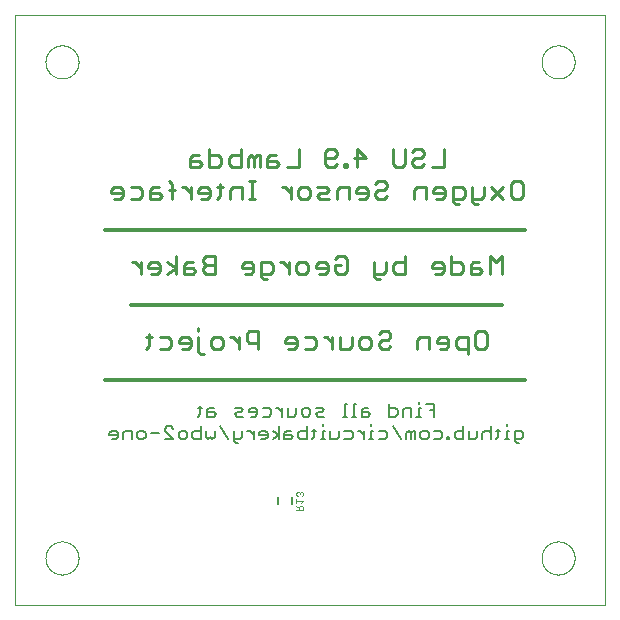
<source format=gbo>
G75*
%MOIN*%
%OFA0B0*%
%FSLAX25Y25*%
%IPPOS*%
%LPD*%
%AMOC8*
5,1,8,0,0,1.08239X$1,22.5*
%
%ADD10C,0.00000*%
%ADD11C,0.01100*%
%ADD12C,0.00800*%
%ADD13C,0.01200*%
%ADD14C,0.00300*%
%ADD15C,0.00600*%
D10*
X0011800Y0016800D02*
X0011800Y0213650D01*
X0208650Y0213650D01*
X0208650Y0016800D01*
X0011800Y0016800D01*
X0022036Y0032548D02*
X0022038Y0032696D01*
X0022044Y0032844D01*
X0022054Y0032992D01*
X0022068Y0033139D01*
X0022086Y0033286D01*
X0022107Y0033432D01*
X0022133Y0033578D01*
X0022163Y0033723D01*
X0022196Y0033867D01*
X0022234Y0034010D01*
X0022275Y0034152D01*
X0022320Y0034293D01*
X0022368Y0034433D01*
X0022421Y0034572D01*
X0022477Y0034709D01*
X0022537Y0034844D01*
X0022600Y0034978D01*
X0022667Y0035110D01*
X0022738Y0035240D01*
X0022812Y0035368D01*
X0022889Y0035494D01*
X0022970Y0035618D01*
X0023054Y0035740D01*
X0023141Y0035859D01*
X0023232Y0035976D01*
X0023326Y0036091D01*
X0023422Y0036203D01*
X0023522Y0036313D01*
X0023624Y0036419D01*
X0023730Y0036523D01*
X0023838Y0036624D01*
X0023949Y0036722D01*
X0024062Y0036818D01*
X0024178Y0036910D01*
X0024296Y0036999D01*
X0024417Y0037084D01*
X0024540Y0037167D01*
X0024665Y0037246D01*
X0024792Y0037322D01*
X0024921Y0037394D01*
X0025052Y0037463D01*
X0025185Y0037528D01*
X0025320Y0037589D01*
X0025456Y0037647D01*
X0025593Y0037702D01*
X0025732Y0037752D01*
X0025873Y0037799D01*
X0026014Y0037842D01*
X0026157Y0037882D01*
X0026301Y0037917D01*
X0026445Y0037949D01*
X0026591Y0037976D01*
X0026737Y0038000D01*
X0026884Y0038020D01*
X0027031Y0038036D01*
X0027178Y0038048D01*
X0027326Y0038056D01*
X0027474Y0038060D01*
X0027622Y0038060D01*
X0027770Y0038056D01*
X0027918Y0038048D01*
X0028065Y0038036D01*
X0028212Y0038020D01*
X0028359Y0038000D01*
X0028505Y0037976D01*
X0028651Y0037949D01*
X0028795Y0037917D01*
X0028939Y0037882D01*
X0029082Y0037842D01*
X0029223Y0037799D01*
X0029364Y0037752D01*
X0029503Y0037702D01*
X0029640Y0037647D01*
X0029776Y0037589D01*
X0029911Y0037528D01*
X0030044Y0037463D01*
X0030175Y0037394D01*
X0030304Y0037322D01*
X0030431Y0037246D01*
X0030556Y0037167D01*
X0030679Y0037084D01*
X0030800Y0036999D01*
X0030918Y0036910D01*
X0031034Y0036818D01*
X0031147Y0036722D01*
X0031258Y0036624D01*
X0031366Y0036523D01*
X0031472Y0036419D01*
X0031574Y0036313D01*
X0031674Y0036203D01*
X0031770Y0036091D01*
X0031864Y0035976D01*
X0031955Y0035859D01*
X0032042Y0035740D01*
X0032126Y0035618D01*
X0032207Y0035494D01*
X0032284Y0035368D01*
X0032358Y0035240D01*
X0032429Y0035110D01*
X0032496Y0034978D01*
X0032559Y0034844D01*
X0032619Y0034709D01*
X0032675Y0034572D01*
X0032728Y0034433D01*
X0032776Y0034293D01*
X0032821Y0034152D01*
X0032862Y0034010D01*
X0032900Y0033867D01*
X0032933Y0033723D01*
X0032963Y0033578D01*
X0032989Y0033432D01*
X0033010Y0033286D01*
X0033028Y0033139D01*
X0033042Y0032992D01*
X0033052Y0032844D01*
X0033058Y0032696D01*
X0033060Y0032548D01*
X0033058Y0032400D01*
X0033052Y0032252D01*
X0033042Y0032104D01*
X0033028Y0031957D01*
X0033010Y0031810D01*
X0032989Y0031664D01*
X0032963Y0031518D01*
X0032933Y0031373D01*
X0032900Y0031229D01*
X0032862Y0031086D01*
X0032821Y0030944D01*
X0032776Y0030803D01*
X0032728Y0030663D01*
X0032675Y0030524D01*
X0032619Y0030387D01*
X0032559Y0030252D01*
X0032496Y0030118D01*
X0032429Y0029986D01*
X0032358Y0029856D01*
X0032284Y0029728D01*
X0032207Y0029602D01*
X0032126Y0029478D01*
X0032042Y0029356D01*
X0031955Y0029237D01*
X0031864Y0029120D01*
X0031770Y0029005D01*
X0031674Y0028893D01*
X0031574Y0028783D01*
X0031472Y0028677D01*
X0031366Y0028573D01*
X0031258Y0028472D01*
X0031147Y0028374D01*
X0031034Y0028278D01*
X0030918Y0028186D01*
X0030800Y0028097D01*
X0030679Y0028012D01*
X0030556Y0027929D01*
X0030431Y0027850D01*
X0030304Y0027774D01*
X0030175Y0027702D01*
X0030044Y0027633D01*
X0029911Y0027568D01*
X0029776Y0027507D01*
X0029640Y0027449D01*
X0029503Y0027394D01*
X0029364Y0027344D01*
X0029223Y0027297D01*
X0029082Y0027254D01*
X0028939Y0027214D01*
X0028795Y0027179D01*
X0028651Y0027147D01*
X0028505Y0027120D01*
X0028359Y0027096D01*
X0028212Y0027076D01*
X0028065Y0027060D01*
X0027918Y0027048D01*
X0027770Y0027040D01*
X0027622Y0027036D01*
X0027474Y0027036D01*
X0027326Y0027040D01*
X0027178Y0027048D01*
X0027031Y0027060D01*
X0026884Y0027076D01*
X0026737Y0027096D01*
X0026591Y0027120D01*
X0026445Y0027147D01*
X0026301Y0027179D01*
X0026157Y0027214D01*
X0026014Y0027254D01*
X0025873Y0027297D01*
X0025732Y0027344D01*
X0025593Y0027394D01*
X0025456Y0027449D01*
X0025320Y0027507D01*
X0025185Y0027568D01*
X0025052Y0027633D01*
X0024921Y0027702D01*
X0024792Y0027774D01*
X0024665Y0027850D01*
X0024540Y0027929D01*
X0024417Y0028012D01*
X0024296Y0028097D01*
X0024178Y0028186D01*
X0024062Y0028278D01*
X0023949Y0028374D01*
X0023838Y0028472D01*
X0023730Y0028573D01*
X0023624Y0028677D01*
X0023522Y0028783D01*
X0023422Y0028893D01*
X0023326Y0029005D01*
X0023232Y0029120D01*
X0023141Y0029237D01*
X0023054Y0029356D01*
X0022970Y0029478D01*
X0022889Y0029602D01*
X0022812Y0029728D01*
X0022738Y0029856D01*
X0022667Y0029986D01*
X0022600Y0030118D01*
X0022537Y0030252D01*
X0022477Y0030387D01*
X0022421Y0030524D01*
X0022368Y0030663D01*
X0022320Y0030803D01*
X0022275Y0030944D01*
X0022234Y0031086D01*
X0022196Y0031229D01*
X0022163Y0031373D01*
X0022133Y0031518D01*
X0022107Y0031664D01*
X0022086Y0031810D01*
X0022068Y0031957D01*
X0022054Y0032104D01*
X0022044Y0032252D01*
X0022038Y0032400D01*
X0022036Y0032548D01*
X0022036Y0197902D02*
X0022038Y0198050D01*
X0022044Y0198198D01*
X0022054Y0198346D01*
X0022068Y0198493D01*
X0022086Y0198640D01*
X0022107Y0198786D01*
X0022133Y0198932D01*
X0022163Y0199077D01*
X0022196Y0199221D01*
X0022234Y0199364D01*
X0022275Y0199506D01*
X0022320Y0199647D01*
X0022368Y0199787D01*
X0022421Y0199926D01*
X0022477Y0200063D01*
X0022537Y0200198D01*
X0022600Y0200332D01*
X0022667Y0200464D01*
X0022738Y0200594D01*
X0022812Y0200722D01*
X0022889Y0200848D01*
X0022970Y0200972D01*
X0023054Y0201094D01*
X0023141Y0201213D01*
X0023232Y0201330D01*
X0023326Y0201445D01*
X0023422Y0201557D01*
X0023522Y0201667D01*
X0023624Y0201773D01*
X0023730Y0201877D01*
X0023838Y0201978D01*
X0023949Y0202076D01*
X0024062Y0202172D01*
X0024178Y0202264D01*
X0024296Y0202353D01*
X0024417Y0202438D01*
X0024540Y0202521D01*
X0024665Y0202600D01*
X0024792Y0202676D01*
X0024921Y0202748D01*
X0025052Y0202817D01*
X0025185Y0202882D01*
X0025320Y0202943D01*
X0025456Y0203001D01*
X0025593Y0203056D01*
X0025732Y0203106D01*
X0025873Y0203153D01*
X0026014Y0203196D01*
X0026157Y0203236D01*
X0026301Y0203271D01*
X0026445Y0203303D01*
X0026591Y0203330D01*
X0026737Y0203354D01*
X0026884Y0203374D01*
X0027031Y0203390D01*
X0027178Y0203402D01*
X0027326Y0203410D01*
X0027474Y0203414D01*
X0027622Y0203414D01*
X0027770Y0203410D01*
X0027918Y0203402D01*
X0028065Y0203390D01*
X0028212Y0203374D01*
X0028359Y0203354D01*
X0028505Y0203330D01*
X0028651Y0203303D01*
X0028795Y0203271D01*
X0028939Y0203236D01*
X0029082Y0203196D01*
X0029223Y0203153D01*
X0029364Y0203106D01*
X0029503Y0203056D01*
X0029640Y0203001D01*
X0029776Y0202943D01*
X0029911Y0202882D01*
X0030044Y0202817D01*
X0030175Y0202748D01*
X0030304Y0202676D01*
X0030431Y0202600D01*
X0030556Y0202521D01*
X0030679Y0202438D01*
X0030800Y0202353D01*
X0030918Y0202264D01*
X0031034Y0202172D01*
X0031147Y0202076D01*
X0031258Y0201978D01*
X0031366Y0201877D01*
X0031472Y0201773D01*
X0031574Y0201667D01*
X0031674Y0201557D01*
X0031770Y0201445D01*
X0031864Y0201330D01*
X0031955Y0201213D01*
X0032042Y0201094D01*
X0032126Y0200972D01*
X0032207Y0200848D01*
X0032284Y0200722D01*
X0032358Y0200594D01*
X0032429Y0200464D01*
X0032496Y0200332D01*
X0032559Y0200198D01*
X0032619Y0200063D01*
X0032675Y0199926D01*
X0032728Y0199787D01*
X0032776Y0199647D01*
X0032821Y0199506D01*
X0032862Y0199364D01*
X0032900Y0199221D01*
X0032933Y0199077D01*
X0032963Y0198932D01*
X0032989Y0198786D01*
X0033010Y0198640D01*
X0033028Y0198493D01*
X0033042Y0198346D01*
X0033052Y0198198D01*
X0033058Y0198050D01*
X0033060Y0197902D01*
X0033058Y0197754D01*
X0033052Y0197606D01*
X0033042Y0197458D01*
X0033028Y0197311D01*
X0033010Y0197164D01*
X0032989Y0197018D01*
X0032963Y0196872D01*
X0032933Y0196727D01*
X0032900Y0196583D01*
X0032862Y0196440D01*
X0032821Y0196298D01*
X0032776Y0196157D01*
X0032728Y0196017D01*
X0032675Y0195878D01*
X0032619Y0195741D01*
X0032559Y0195606D01*
X0032496Y0195472D01*
X0032429Y0195340D01*
X0032358Y0195210D01*
X0032284Y0195082D01*
X0032207Y0194956D01*
X0032126Y0194832D01*
X0032042Y0194710D01*
X0031955Y0194591D01*
X0031864Y0194474D01*
X0031770Y0194359D01*
X0031674Y0194247D01*
X0031574Y0194137D01*
X0031472Y0194031D01*
X0031366Y0193927D01*
X0031258Y0193826D01*
X0031147Y0193728D01*
X0031034Y0193632D01*
X0030918Y0193540D01*
X0030800Y0193451D01*
X0030679Y0193366D01*
X0030556Y0193283D01*
X0030431Y0193204D01*
X0030304Y0193128D01*
X0030175Y0193056D01*
X0030044Y0192987D01*
X0029911Y0192922D01*
X0029776Y0192861D01*
X0029640Y0192803D01*
X0029503Y0192748D01*
X0029364Y0192698D01*
X0029223Y0192651D01*
X0029082Y0192608D01*
X0028939Y0192568D01*
X0028795Y0192533D01*
X0028651Y0192501D01*
X0028505Y0192474D01*
X0028359Y0192450D01*
X0028212Y0192430D01*
X0028065Y0192414D01*
X0027918Y0192402D01*
X0027770Y0192394D01*
X0027622Y0192390D01*
X0027474Y0192390D01*
X0027326Y0192394D01*
X0027178Y0192402D01*
X0027031Y0192414D01*
X0026884Y0192430D01*
X0026737Y0192450D01*
X0026591Y0192474D01*
X0026445Y0192501D01*
X0026301Y0192533D01*
X0026157Y0192568D01*
X0026014Y0192608D01*
X0025873Y0192651D01*
X0025732Y0192698D01*
X0025593Y0192748D01*
X0025456Y0192803D01*
X0025320Y0192861D01*
X0025185Y0192922D01*
X0025052Y0192987D01*
X0024921Y0193056D01*
X0024792Y0193128D01*
X0024665Y0193204D01*
X0024540Y0193283D01*
X0024417Y0193366D01*
X0024296Y0193451D01*
X0024178Y0193540D01*
X0024062Y0193632D01*
X0023949Y0193728D01*
X0023838Y0193826D01*
X0023730Y0193927D01*
X0023624Y0194031D01*
X0023522Y0194137D01*
X0023422Y0194247D01*
X0023326Y0194359D01*
X0023232Y0194474D01*
X0023141Y0194591D01*
X0023054Y0194710D01*
X0022970Y0194832D01*
X0022889Y0194956D01*
X0022812Y0195082D01*
X0022738Y0195210D01*
X0022667Y0195340D01*
X0022600Y0195472D01*
X0022537Y0195606D01*
X0022477Y0195741D01*
X0022421Y0195878D01*
X0022368Y0196017D01*
X0022320Y0196157D01*
X0022275Y0196298D01*
X0022234Y0196440D01*
X0022196Y0196583D01*
X0022163Y0196727D01*
X0022133Y0196872D01*
X0022107Y0197018D01*
X0022086Y0197164D01*
X0022068Y0197311D01*
X0022054Y0197458D01*
X0022044Y0197606D01*
X0022038Y0197754D01*
X0022036Y0197902D01*
X0187390Y0197902D02*
X0187392Y0198050D01*
X0187398Y0198198D01*
X0187408Y0198346D01*
X0187422Y0198493D01*
X0187440Y0198640D01*
X0187461Y0198786D01*
X0187487Y0198932D01*
X0187517Y0199077D01*
X0187550Y0199221D01*
X0187588Y0199364D01*
X0187629Y0199506D01*
X0187674Y0199647D01*
X0187722Y0199787D01*
X0187775Y0199926D01*
X0187831Y0200063D01*
X0187891Y0200198D01*
X0187954Y0200332D01*
X0188021Y0200464D01*
X0188092Y0200594D01*
X0188166Y0200722D01*
X0188243Y0200848D01*
X0188324Y0200972D01*
X0188408Y0201094D01*
X0188495Y0201213D01*
X0188586Y0201330D01*
X0188680Y0201445D01*
X0188776Y0201557D01*
X0188876Y0201667D01*
X0188978Y0201773D01*
X0189084Y0201877D01*
X0189192Y0201978D01*
X0189303Y0202076D01*
X0189416Y0202172D01*
X0189532Y0202264D01*
X0189650Y0202353D01*
X0189771Y0202438D01*
X0189894Y0202521D01*
X0190019Y0202600D01*
X0190146Y0202676D01*
X0190275Y0202748D01*
X0190406Y0202817D01*
X0190539Y0202882D01*
X0190674Y0202943D01*
X0190810Y0203001D01*
X0190947Y0203056D01*
X0191086Y0203106D01*
X0191227Y0203153D01*
X0191368Y0203196D01*
X0191511Y0203236D01*
X0191655Y0203271D01*
X0191799Y0203303D01*
X0191945Y0203330D01*
X0192091Y0203354D01*
X0192238Y0203374D01*
X0192385Y0203390D01*
X0192532Y0203402D01*
X0192680Y0203410D01*
X0192828Y0203414D01*
X0192976Y0203414D01*
X0193124Y0203410D01*
X0193272Y0203402D01*
X0193419Y0203390D01*
X0193566Y0203374D01*
X0193713Y0203354D01*
X0193859Y0203330D01*
X0194005Y0203303D01*
X0194149Y0203271D01*
X0194293Y0203236D01*
X0194436Y0203196D01*
X0194577Y0203153D01*
X0194718Y0203106D01*
X0194857Y0203056D01*
X0194994Y0203001D01*
X0195130Y0202943D01*
X0195265Y0202882D01*
X0195398Y0202817D01*
X0195529Y0202748D01*
X0195658Y0202676D01*
X0195785Y0202600D01*
X0195910Y0202521D01*
X0196033Y0202438D01*
X0196154Y0202353D01*
X0196272Y0202264D01*
X0196388Y0202172D01*
X0196501Y0202076D01*
X0196612Y0201978D01*
X0196720Y0201877D01*
X0196826Y0201773D01*
X0196928Y0201667D01*
X0197028Y0201557D01*
X0197124Y0201445D01*
X0197218Y0201330D01*
X0197309Y0201213D01*
X0197396Y0201094D01*
X0197480Y0200972D01*
X0197561Y0200848D01*
X0197638Y0200722D01*
X0197712Y0200594D01*
X0197783Y0200464D01*
X0197850Y0200332D01*
X0197913Y0200198D01*
X0197973Y0200063D01*
X0198029Y0199926D01*
X0198082Y0199787D01*
X0198130Y0199647D01*
X0198175Y0199506D01*
X0198216Y0199364D01*
X0198254Y0199221D01*
X0198287Y0199077D01*
X0198317Y0198932D01*
X0198343Y0198786D01*
X0198364Y0198640D01*
X0198382Y0198493D01*
X0198396Y0198346D01*
X0198406Y0198198D01*
X0198412Y0198050D01*
X0198414Y0197902D01*
X0198412Y0197754D01*
X0198406Y0197606D01*
X0198396Y0197458D01*
X0198382Y0197311D01*
X0198364Y0197164D01*
X0198343Y0197018D01*
X0198317Y0196872D01*
X0198287Y0196727D01*
X0198254Y0196583D01*
X0198216Y0196440D01*
X0198175Y0196298D01*
X0198130Y0196157D01*
X0198082Y0196017D01*
X0198029Y0195878D01*
X0197973Y0195741D01*
X0197913Y0195606D01*
X0197850Y0195472D01*
X0197783Y0195340D01*
X0197712Y0195210D01*
X0197638Y0195082D01*
X0197561Y0194956D01*
X0197480Y0194832D01*
X0197396Y0194710D01*
X0197309Y0194591D01*
X0197218Y0194474D01*
X0197124Y0194359D01*
X0197028Y0194247D01*
X0196928Y0194137D01*
X0196826Y0194031D01*
X0196720Y0193927D01*
X0196612Y0193826D01*
X0196501Y0193728D01*
X0196388Y0193632D01*
X0196272Y0193540D01*
X0196154Y0193451D01*
X0196033Y0193366D01*
X0195910Y0193283D01*
X0195785Y0193204D01*
X0195658Y0193128D01*
X0195529Y0193056D01*
X0195398Y0192987D01*
X0195265Y0192922D01*
X0195130Y0192861D01*
X0194994Y0192803D01*
X0194857Y0192748D01*
X0194718Y0192698D01*
X0194577Y0192651D01*
X0194436Y0192608D01*
X0194293Y0192568D01*
X0194149Y0192533D01*
X0194005Y0192501D01*
X0193859Y0192474D01*
X0193713Y0192450D01*
X0193566Y0192430D01*
X0193419Y0192414D01*
X0193272Y0192402D01*
X0193124Y0192394D01*
X0192976Y0192390D01*
X0192828Y0192390D01*
X0192680Y0192394D01*
X0192532Y0192402D01*
X0192385Y0192414D01*
X0192238Y0192430D01*
X0192091Y0192450D01*
X0191945Y0192474D01*
X0191799Y0192501D01*
X0191655Y0192533D01*
X0191511Y0192568D01*
X0191368Y0192608D01*
X0191227Y0192651D01*
X0191086Y0192698D01*
X0190947Y0192748D01*
X0190810Y0192803D01*
X0190674Y0192861D01*
X0190539Y0192922D01*
X0190406Y0192987D01*
X0190275Y0193056D01*
X0190146Y0193128D01*
X0190019Y0193204D01*
X0189894Y0193283D01*
X0189771Y0193366D01*
X0189650Y0193451D01*
X0189532Y0193540D01*
X0189416Y0193632D01*
X0189303Y0193728D01*
X0189192Y0193826D01*
X0189084Y0193927D01*
X0188978Y0194031D01*
X0188876Y0194137D01*
X0188776Y0194247D01*
X0188680Y0194359D01*
X0188586Y0194474D01*
X0188495Y0194591D01*
X0188408Y0194710D01*
X0188324Y0194832D01*
X0188243Y0194956D01*
X0188166Y0195082D01*
X0188092Y0195210D01*
X0188021Y0195340D01*
X0187954Y0195472D01*
X0187891Y0195606D01*
X0187831Y0195741D01*
X0187775Y0195878D01*
X0187722Y0196017D01*
X0187674Y0196157D01*
X0187629Y0196298D01*
X0187588Y0196440D01*
X0187550Y0196583D01*
X0187517Y0196727D01*
X0187487Y0196872D01*
X0187461Y0197018D01*
X0187440Y0197164D01*
X0187422Y0197311D01*
X0187408Y0197458D01*
X0187398Y0197606D01*
X0187392Y0197754D01*
X0187390Y0197902D01*
X0187390Y0032548D02*
X0187392Y0032696D01*
X0187398Y0032844D01*
X0187408Y0032992D01*
X0187422Y0033139D01*
X0187440Y0033286D01*
X0187461Y0033432D01*
X0187487Y0033578D01*
X0187517Y0033723D01*
X0187550Y0033867D01*
X0187588Y0034010D01*
X0187629Y0034152D01*
X0187674Y0034293D01*
X0187722Y0034433D01*
X0187775Y0034572D01*
X0187831Y0034709D01*
X0187891Y0034844D01*
X0187954Y0034978D01*
X0188021Y0035110D01*
X0188092Y0035240D01*
X0188166Y0035368D01*
X0188243Y0035494D01*
X0188324Y0035618D01*
X0188408Y0035740D01*
X0188495Y0035859D01*
X0188586Y0035976D01*
X0188680Y0036091D01*
X0188776Y0036203D01*
X0188876Y0036313D01*
X0188978Y0036419D01*
X0189084Y0036523D01*
X0189192Y0036624D01*
X0189303Y0036722D01*
X0189416Y0036818D01*
X0189532Y0036910D01*
X0189650Y0036999D01*
X0189771Y0037084D01*
X0189894Y0037167D01*
X0190019Y0037246D01*
X0190146Y0037322D01*
X0190275Y0037394D01*
X0190406Y0037463D01*
X0190539Y0037528D01*
X0190674Y0037589D01*
X0190810Y0037647D01*
X0190947Y0037702D01*
X0191086Y0037752D01*
X0191227Y0037799D01*
X0191368Y0037842D01*
X0191511Y0037882D01*
X0191655Y0037917D01*
X0191799Y0037949D01*
X0191945Y0037976D01*
X0192091Y0038000D01*
X0192238Y0038020D01*
X0192385Y0038036D01*
X0192532Y0038048D01*
X0192680Y0038056D01*
X0192828Y0038060D01*
X0192976Y0038060D01*
X0193124Y0038056D01*
X0193272Y0038048D01*
X0193419Y0038036D01*
X0193566Y0038020D01*
X0193713Y0038000D01*
X0193859Y0037976D01*
X0194005Y0037949D01*
X0194149Y0037917D01*
X0194293Y0037882D01*
X0194436Y0037842D01*
X0194577Y0037799D01*
X0194718Y0037752D01*
X0194857Y0037702D01*
X0194994Y0037647D01*
X0195130Y0037589D01*
X0195265Y0037528D01*
X0195398Y0037463D01*
X0195529Y0037394D01*
X0195658Y0037322D01*
X0195785Y0037246D01*
X0195910Y0037167D01*
X0196033Y0037084D01*
X0196154Y0036999D01*
X0196272Y0036910D01*
X0196388Y0036818D01*
X0196501Y0036722D01*
X0196612Y0036624D01*
X0196720Y0036523D01*
X0196826Y0036419D01*
X0196928Y0036313D01*
X0197028Y0036203D01*
X0197124Y0036091D01*
X0197218Y0035976D01*
X0197309Y0035859D01*
X0197396Y0035740D01*
X0197480Y0035618D01*
X0197561Y0035494D01*
X0197638Y0035368D01*
X0197712Y0035240D01*
X0197783Y0035110D01*
X0197850Y0034978D01*
X0197913Y0034844D01*
X0197973Y0034709D01*
X0198029Y0034572D01*
X0198082Y0034433D01*
X0198130Y0034293D01*
X0198175Y0034152D01*
X0198216Y0034010D01*
X0198254Y0033867D01*
X0198287Y0033723D01*
X0198317Y0033578D01*
X0198343Y0033432D01*
X0198364Y0033286D01*
X0198382Y0033139D01*
X0198396Y0032992D01*
X0198406Y0032844D01*
X0198412Y0032696D01*
X0198414Y0032548D01*
X0198412Y0032400D01*
X0198406Y0032252D01*
X0198396Y0032104D01*
X0198382Y0031957D01*
X0198364Y0031810D01*
X0198343Y0031664D01*
X0198317Y0031518D01*
X0198287Y0031373D01*
X0198254Y0031229D01*
X0198216Y0031086D01*
X0198175Y0030944D01*
X0198130Y0030803D01*
X0198082Y0030663D01*
X0198029Y0030524D01*
X0197973Y0030387D01*
X0197913Y0030252D01*
X0197850Y0030118D01*
X0197783Y0029986D01*
X0197712Y0029856D01*
X0197638Y0029728D01*
X0197561Y0029602D01*
X0197480Y0029478D01*
X0197396Y0029356D01*
X0197309Y0029237D01*
X0197218Y0029120D01*
X0197124Y0029005D01*
X0197028Y0028893D01*
X0196928Y0028783D01*
X0196826Y0028677D01*
X0196720Y0028573D01*
X0196612Y0028472D01*
X0196501Y0028374D01*
X0196388Y0028278D01*
X0196272Y0028186D01*
X0196154Y0028097D01*
X0196033Y0028012D01*
X0195910Y0027929D01*
X0195785Y0027850D01*
X0195658Y0027774D01*
X0195529Y0027702D01*
X0195398Y0027633D01*
X0195265Y0027568D01*
X0195130Y0027507D01*
X0194994Y0027449D01*
X0194857Y0027394D01*
X0194718Y0027344D01*
X0194577Y0027297D01*
X0194436Y0027254D01*
X0194293Y0027214D01*
X0194149Y0027179D01*
X0194005Y0027147D01*
X0193859Y0027120D01*
X0193713Y0027096D01*
X0193566Y0027076D01*
X0193419Y0027060D01*
X0193272Y0027048D01*
X0193124Y0027040D01*
X0192976Y0027036D01*
X0192828Y0027036D01*
X0192680Y0027040D01*
X0192532Y0027048D01*
X0192385Y0027060D01*
X0192238Y0027076D01*
X0192091Y0027096D01*
X0191945Y0027120D01*
X0191799Y0027147D01*
X0191655Y0027179D01*
X0191511Y0027214D01*
X0191368Y0027254D01*
X0191227Y0027297D01*
X0191086Y0027344D01*
X0190947Y0027394D01*
X0190810Y0027449D01*
X0190674Y0027507D01*
X0190539Y0027568D01*
X0190406Y0027633D01*
X0190275Y0027702D01*
X0190146Y0027774D01*
X0190019Y0027850D01*
X0189894Y0027929D01*
X0189771Y0028012D01*
X0189650Y0028097D01*
X0189532Y0028186D01*
X0189416Y0028278D01*
X0189303Y0028374D01*
X0189192Y0028472D01*
X0189084Y0028573D01*
X0188978Y0028677D01*
X0188876Y0028783D01*
X0188776Y0028893D01*
X0188680Y0029005D01*
X0188586Y0029120D01*
X0188495Y0029237D01*
X0188408Y0029356D01*
X0188324Y0029478D01*
X0188243Y0029602D01*
X0188166Y0029728D01*
X0188092Y0029856D01*
X0188021Y0029986D01*
X0187954Y0030118D01*
X0187891Y0030252D01*
X0187831Y0030387D01*
X0187775Y0030524D01*
X0187722Y0030663D01*
X0187674Y0030803D01*
X0187629Y0030944D01*
X0187588Y0031086D01*
X0187550Y0031229D01*
X0187517Y0031373D01*
X0187487Y0031518D01*
X0187461Y0031664D01*
X0187440Y0031810D01*
X0187422Y0031957D01*
X0187408Y0032104D01*
X0187398Y0032252D01*
X0187392Y0032400D01*
X0187390Y0032548D01*
D11*
X0162814Y0100382D02*
X0162814Y0106287D01*
X0159862Y0106287D01*
X0158877Y0105303D01*
X0158877Y0103334D01*
X0159862Y0102350D01*
X0162814Y0102350D01*
X0165323Y0103334D02*
X0165323Y0107271D01*
X0166307Y0108255D01*
X0168275Y0108255D01*
X0169260Y0107271D01*
X0169260Y0103334D01*
X0168275Y0102350D01*
X0166307Y0102350D01*
X0165323Y0103334D01*
X0156369Y0103334D02*
X0155384Y0102350D01*
X0153416Y0102350D01*
X0152432Y0104318D02*
X0156369Y0104318D01*
X0156369Y0103334D02*
X0156369Y0105303D01*
X0155384Y0106287D01*
X0153416Y0106287D01*
X0152432Y0105303D01*
X0152432Y0104318D01*
X0149923Y0102350D02*
X0149923Y0106287D01*
X0146971Y0106287D01*
X0145986Y0105303D01*
X0145986Y0102350D01*
X0137032Y0103334D02*
X0136048Y0102350D01*
X0134080Y0102350D01*
X0133095Y0103334D01*
X0133095Y0104318D01*
X0134080Y0105303D01*
X0136048Y0105303D01*
X0137032Y0106287D01*
X0137032Y0107271D01*
X0136048Y0108255D01*
X0134080Y0108255D01*
X0133095Y0107271D01*
X0130587Y0105303D02*
X0130587Y0103334D01*
X0129602Y0102350D01*
X0127634Y0102350D01*
X0126650Y0103334D01*
X0126650Y0105303D01*
X0127634Y0106287D01*
X0129602Y0106287D01*
X0130587Y0105303D01*
X0124141Y0106287D02*
X0124141Y0103334D01*
X0123157Y0102350D01*
X0120204Y0102350D01*
X0120204Y0106287D01*
X0117696Y0106287D02*
X0117696Y0102350D01*
X0117696Y0104318D02*
X0115727Y0106287D01*
X0114743Y0106287D01*
X0112324Y0105303D02*
X0112324Y0103334D01*
X0111340Y0102350D01*
X0108388Y0102350D01*
X0105879Y0103334D02*
X0105879Y0105303D01*
X0104895Y0106287D01*
X0102926Y0106287D01*
X0101942Y0105303D01*
X0101942Y0104318D01*
X0105879Y0104318D01*
X0105879Y0103334D02*
X0104895Y0102350D01*
X0102926Y0102350D01*
X0108388Y0106287D02*
X0111340Y0106287D01*
X0112324Y0105303D01*
X0092988Y0104318D02*
X0090035Y0104318D01*
X0089051Y0105303D01*
X0089051Y0107271D01*
X0090035Y0108255D01*
X0092988Y0108255D01*
X0092988Y0102350D01*
X0086542Y0102350D02*
X0086542Y0106287D01*
X0084574Y0106287D02*
X0086542Y0104318D01*
X0084574Y0106287D02*
X0083590Y0106287D01*
X0081171Y0105303D02*
X0081171Y0103334D01*
X0080187Y0102350D01*
X0078219Y0102350D01*
X0077234Y0103334D01*
X0077234Y0105303D01*
X0078219Y0106287D01*
X0080187Y0106287D01*
X0081171Y0105303D01*
X0074726Y0100382D02*
X0073741Y0100382D01*
X0072757Y0101366D01*
X0072757Y0106287D01*
X0072757Y0108255D02*
X0072757Y0109239D01*
X0069444Y0106287D02*
X0067476Y0106287D01*
X0066492Y0105303D01*
X0066492Y0104318D01*
X0070429Y0104318D01*
X0070429Y0103334D02*
X0070429Y0105303D01*
X0069444Y0106287D01*
X0070429Y0103334D02*
X0069444Y0102350D01*
X0067476Y0102350D01*
X0063983Y0103334D02*
X0063983Y0105303D01*
X0062999Y0106287D01*
X0060046Y0106287D01*
X0057538Y0106287D02*
X0055569Y0106287D01*
X0056553Y0107271D02*
X0056553Y0103334D01*
X0055569Y0102350D01*
X0060046Y0102350D02*
X0062999Y0102350D01*
X0063983Y0103334D01*
X0062642Y0127350D02*
X0065595Y0129318D01*
X0062642Y0131287D01*
X0065595Y0133255D02*
X0065595Y0127350D01*
X0068103Y0127350D02*
X0071056Y0127350D01*
X0072040Y0128334D01*
X0071056Y0129318D01*
X0068103Y0129318D01*
X0068103Y0130303D02*
X0068103Y0127350D01*
X0068103Y0130303D02*
X0069087Y0131287D01*
X0071056Y0131287D01*
X0074549Y0131287D02*
X0075533Y0130303D01*
X0078485Y0130303D01*
X0078485Y0133255D02*
X0075533Y0133255D01*
X0074549Y0132271D01*
X0074549Y0131287D01*
X0075533Y0130303D02*
X0074549Y0129318D01*
X0074549Y0128334D01*
X0075533Y0127350D01*
X0078485Y0127350D01*
X0078485Y0133255D01*
X0087440Y0130303D02*
X0087440Y0129318D01*
X0091376Y0129318D01*
X0091376Y0128334D02*
X0091376Y0130303D01*
X0090392Y0131287D01*
X0088424Y0131287D01*
X0087440Y0130303D01*
X0090392Y0127350D02*
X0091376Y0128334D01*
X0090392Y0127350D02*
X0088424Y0127350D01*
X0093885Y0127350D02*
X0096838Y0127350D01*
X0097822Y0128334D01*
X0097822Y0130303D01*
X0096838Y0131287D01*
X0093885Y0131287D01*
X0093885Y0126366D01*
X0094869Y0125382D01*
X0095854Y0125382D01*
X0100241Y0131287D02*
X0101225Y0131287D01*
X0103193Y0129318D01*
X0103193Y0127350D02*
X0103193Y0131287D01*
X0105702Y0130303D02*
X0105702Y0128334D01*
X0106686Y0127350D01*
X0108655Y0127350D01*
X0109639Y0128334D01*
X0109639Y0130303D01*
X0108655Y0131287D01*
X0106686Y0131287D01*
X0105702Y0130303D01*
X0112148Y0130303D02*
X0112148Y0129318D01*
X0116084Y0129318D01*
X0116084Y0128334D02*
X0116084Y0130303D01*
X0115100Y0131287D01*
X0113132Y0131287D01*
X0112148Y0130303D01*
X0115100Y0127350D02*
X0116084Y0128334D01*
X0115100Y0127350D02*
X0113132Y0127350D01*
X0118593Y0128334D02*
X0119577Y0127350D01*
X0121546Y0127350D01*
X0122530Y0128334D01*
X0122530Y0132271D01*
X0121546Y0133255D01*
X0119577Y0133255D01*
X0118593Y0132271D01*
X0118593Y0130303D02*
X0120561Y0130303D01*
X0118593Y0130303D02*
X0118593Y0128334D01*
X0131484Y0127350D02*
X0134437Y0127350D01*
X0135421Y0128334D01*
X0135421Y0131287D01*
X0137930Y0130303D02*
X0137930Y0128334D01*
X0138914Y0127350D01*
X0141866Y0127350D01*
X0141866Y0133255D01*
X0141866Y0131287D02*
X0138914Y0131287D01*
X0137930Y0130303D01*
X0133452Y0125382D02*
X0132468Y0125382D01*
X0131484Y0126366D01*
X0131484Y0131287D01*
X0150821Y0130303D02*
X0150821Y0129318D01*
X0154757Y0129318D01*
X0154757Y0128334D02*
X0154757Y0130303D01*
X0153773Y0131287D01*
X0151805Y0131287D01*
X0150821Y0130303D01*
X0151805Y0127350D02*
X0153773Y0127350D01*
X0154757Y0128334D01*
X0157266Y0127350D02*
X0160219Y0127350D01*
X0161203Y0128334D01*
X0161203Y0130303D01*
X0160219Y0131287D01*
X0157266Y0131287D01*
X0157266Y0133255D02*
X0157266Y0127350D01*
X0163712Y0127350D02*
X0166664Y0127350D01*
X0167648Y0128334D01*
X0166664Y0129318D01*
X0163712Y0129318D01*
X0163712Y0130303D02*
X0163712Y0127350D01*
X0163712Y0130303D02*
X0164696Y0131287D01*
X0166664Y0131287D01*
X0170157Y0133255D02*
X0170157Y0127350D01*
X0174094Y0127350D02*
X0174094Y0133255D01*
X0172125Y0131287D01*
X0170157Y0133255D01*
X0166217Y0150382D02*
X0165233Y0150382D01*
X0164249Y0151366D01*
X0164249Y0156287D01*
X0161740Y0155303D02*
X0161740Y0153334D01*
X0160756Y0152350D01*
X0157803Y0152350D01*
X0157803Y0151366D02*
X0157803Y0156287D01*
X0160756Y0156287D01*
X0161740Y0155303D01*
X0164249Y0152350D02*
X0167201Y0152350D01*
X0168185Y0153334D01*
X0168185Y0156287D01*
X0170694Y0156287D02*
X0174631Y0152350D01*
X0177140Y0153334D02*
X0177140Y0157271D01*
X0178124Y0158255D01*
X0180092Y0158255D01*
X0181076Y0157271D01*
X0181076Y0153334D01*
X0180092Y0152350D01*
X0178124Y0152350D01*
X0177140Y0153334D01*
X0174631Y0156287D02*
X0170694Y0152350D01*
X0159772Y0150382D02*
X0158787Y0150382D01*
X0157803Y0151366D01*
X0155294Y0153334D02*
X0155294Y0155303D01*
X0154310Y0156287D01*
X0152342Y0156287D01*
X0151358Y0155303D01*
X0151358Y0154318D01*
X0155294Y0154318D01*
X0155294Y0153334D02*
X0154310Y0152350D01*
X0152342Y0152350D01*
X0148849Y0152350D02*
X0148849Y0156287D01*
X0145896Y0156287D01*
X0144912Y0155303D01*
X0144912Y0152350D01*
X0135958Y0153334D02*
X0134974Y0152350D01*
X0133005Y0152350D01*
X0132021Y0153334D01*
X0132021Y0154318D01*
X0133005Y0155303D01*
X0134974Y0155303D01*
X0135958Y0156287D01*
X0135958Y0157271D01*
X0134974Y0158255D01*
X0133005Y0158255D01*
X0132021Y0157271D01*
X0129512Y0155303D02*
X0129512Y0153334D01*
X0128528Y0152350D01*
X0126560Y0152350D01*
X0125576Y0154318D02*
X0129512Y0154318D01*
X0129512Y0155303D02*
X0128528Y0156287D01*
X0126560Y0156287D01*
X0125576Y0155303D01*
X0125576Y0154318D01*
X0123067Y0152350D02*
X0123067Y0156287D01*
X0120114Y0156287D01*
X0119130Y0155303D01*
X0119130Y0152350D01*
X0116621Y0152350D02*
X0113669Y0152350D01*
X0112685Y0153334D01*
X0113669Y0154318D01*
X0115637Y0154318D01*
X0116621Y0155303D01*
X0115637Y0156287D01*
X0112685Y0156287D01*
X0110176Y0155303D02*
X0110176Y0153334D01*
X0109192Y0152350D01*
X0107223Y0152350D01*
X0106239Y0153334D01*
X0106239Y0155303D01*
X0107223Y0156287D01*
X0109192Y0156287D01*
X0110176Y0155303D01*
X0103730Y0156287D02*
X0103730Y0152350D01*
X0103730Y0154318D02*
X0101762Y0156287D01*
X0100778Y0156287D01*
X0102479Y0162850D02*
X0106416Y0162850D01*
X0106416Y0168755D01*
X0098986Y0166787D02*
X0097018Y0166787D01*
X0096034Y0165803D01*
X0096034Y0162850D01*
X0098986Y0162850D01*
X0099970Y0163834D01*
X0098986Y0164818D01*
X0096034Y0164818D01*
X0093525Y0162850D02*
X0093525Y0166787D01*
X0092541Y0166787D01*
X0091557Y0165803D01*
X0090572Y0166787D01*
X0089588Y0165803D01*
X0089588Y0162850D01*
X0091557Y0162850D02*
X0091557Y0165803D01*
X0087079Y0166787D02*
X0084127Y0166787D01*
X0083143Y0165803D01*
X0083143Y0163834D01*
X0084127Y0162850D01*
X0087079Y0162850D01*
X0087079Y0168755D01*
X0080634Y0165803D02*
X0080634Y0163834D01*
X0079650Y0162850D01*
X0076697Y0162850D01*
X0076697Y0168755D01*
X0076697Y0166787D02*
X0079650Y0166787D01*
X0080634Y0165803D01*
X0074188Y0163834D02*
X0073204Y0164818D01*
X0070252Y0164818D01*
X0070252Y0165803D02*
X0070252Y0162850D01*
X0073204Y0162850D01*
X0074188Y0163834D01*
X0073204Y0166787D02*
X0071236Y0166787D01*
X0070252Y0165803D01*
X0063089Y0158255D02*
X0064073Y0157271D01*
X0064073Y0152350D01*
X0065057Y0155303D02*
X0063089Y0155303D01*
X0060760Y0153334D02*
X0059776Y0154318D01*
X0056824Y0154318D01*
X0056824Y0155303D02*
X0056824Y0152350D01*
X0059776Y0152350D01*
X0060760Y0153334D01*
X0059776Y0156287D02*
X0057808Y0156287D01*
X0056824Y0155303D01*
X0054315Y0155303D02*
X0054315Y0153334D01*
X0053331Y0152350D01*
X0050378Y0152350D01*
X0047869Y0153334D02*
X0047869Y0155303D01*
X0046885Y0156287D01*
X0044917Y0156287D01*
X0043933Y0155303D01*
X0043933Y0154318D01*
X0047869Y0154318D01*
X0047869Y0153334D02*
X0046885Y0152350D01*
X0044917Y0152350D01*
X0050378Y0156287D02*
X0053331Y0156287D01*
X0054315Y0155303D01*
X0067476Y0156287D02*
X0068460Y0156287D01*
X0070429Y0154318D01*
X0070429Y0152350D02*
X0070429Y0156287D01*
X0072937Y0155303D02*
X0072937Y0154318D01*
X0076874Y0154318D01*
X0076874Y0153334D02*
X0076874Y0155303D01*
X0075890Y0156287D01*
X0073922Y0156287D01*
X0072937Y0155303D01*
X0073922Y0152350D02*
X0075890Y0152350D01*
X0076874Y0153334D01*
X0079203Y0152350D02*
X0080187Y0153334D01*
X0080187Y0157271D01*
X0081171Y0156287D02*
X0079203Y0156287D01*
X0083680Y0155303D02*
X0083680Y0152350D01*
X0083680Y0155303D02*
X0084664Y0156287D01*
X0087617Y0156287D01*
X0087617Y0152350D01*
X0089945Y0152350D02*
X0091914Y0152350D01*
X0090929Y0152350D02*
X0090929Y0158255D01*
X0089945Y0158255D02*
X0091914Y0158255D01*
X0115370Y0163834D02*
X0115370Y0167771D01*
X0116354Y0168755D01*
X0118323Y0168755D01*
X0119307Y0167771D01*
X0119307Y0166787D01*
X0118323Y0165803D01*
X0115370Y0165803D01*
X0115370Y0163834D02*
X0116354Y0162850D01*
X0118323Y0162850D01*
X0119307Y0163834D01*
X0121546Y0163834D02*
X0121546Y0162850D01*
X0122530Y0162850D01*
X0122530Y0163834D01*
X0121546Y0163834D01*
X0125039Y0165803D02*
X0128975Y0165803D01*
X0126023Y0168755D01*
X0126023Y0162850D01*
X0137930Y0163834D02*
X0137930Y0168755D01*
X0141866Y0168755D02*
X0141866Y0163834D01*
X0140882Y0162850D01*
X0138914Y0162850D01*
X0137930Y0163834D01*
X0144375Y0163834D02*
X0145359Y0162850D01*
X0147328Y0162850D01*
X0148312Y0163834D01*
X0147328Y0165803D02*
X0145359Y0165803D01*
X0144375Y0164818D01*
X0144375Y0163834D01*
X0147328Y0165803D02*
X0148312Y0166787D01*
X0148312Y0167771D01*
X0147328Y0168755D01*
X0145359Y0168755D01*
X0144375Y0167771D01*
X0150820Y0162850D02*
X0154757Y0162850D01*
X0154757Y0168755D01*
X0060223Y0130303D02*
X0060223Y0128334D01*
X0059239Y0127350D01*
X0057271Y0127350D01*
X0056287Y0129318D02*
X0060223Y0129318D01*
X0060223Y0130303D02*
X0059239Y0131287D01*
X0057271Y0131287D01*
X0056287Y0130303D01*
X0056287Y0129318D01*
X0053778Y0129318D02*
X0051809Y0131287D01*
X0050825Y0131287D01*
X0053778Y0131287D02*
X0053778Y0127350D01*
D12*
X0073484Y0083203D02*
X0073484Y0080401D01*
X0072784Y0079700D01*
X0072784Y0082502D02*
X0074185Y0082502D01*
X0075987Y0081802D02*
X0075987Y0079700D01*
X0078088Y0079700D01*
X0078789Y0080401D01*
X0078088Y0081101D01*
X0075987Y0081101D01*
X0075987Y0081802D02*
X0076687Y0082502D01*
X0078088Y0082502D01*
X0080207Y0076404D02*
X0083009Y0072200D01*
X0084811Y0072200D02*
X0086913Y0072200D01*
X0087613Y0072901D01*
X0087613Y0075002D01*
X0089348Y0075002D02*
X0090049Y0075002D01*
X0091450Y0073601D01*
X0091450Y0072200D02*
X0091450Y0075002D01*
X0093251Y0074302D02*
X0093251Y0073601D01*
X0096054Y0073601D01*
X0096054Y0072901D02*
X0096054Y0074302D01*
X0095353Y0075002D01*
X0093952Y0075002D01*
X0093251Y0074302D01*
X0093952Y0072200D02*
X0095353Y0072200D01*
X0096054Y0072901D01*
X0097789Y0072200D02*
X0099890Y0073601D01*
X0097789Y0075002D01*
X0099890Y0076404D02*
X0099890Y0072200D01*
X0101692Y0072200D02*
X0101692Y0074302D01*
X0102392Y0075002D01*
X0103794Y0075002D01*
X0103794Y0073601D02*
X0101692Y0073601D01*
X0101692Y0072200D02*
X0103794Y0072200D01*
X0104494Y0072901D01*
X0103794Y0073601D01*
X0106296Y0072901D02*
X0106296Y0074302D01*
X0106996Y0075002D01*
X0109098Y0075002D01*
X0109098Y0076404D02*
X0109098Y0072200D01*
X0106996Y0072200D01*
X0106296Y0072901D01*
X0110766Y0072200D02*
X0111467Y0072901D01*
X0111467Y0075703D01*
X0112167Y0075002D02*
X0110766Y0075002D01*
X0113836Y0072200D02*
X0115237Y0072200D01*
X0114536Y0072200D02*
X0114536Y0075002D01*
X0115237Y0075002D01*
X0114536Y0076404D02*
X0114536Y0077104D01*
X0114853Y0079700D02*
X0112751Y0079700D01*
X0112051Y0080401D01*
X0112751Y0081101D01*
X0114152Y0081101D01*
X0114853Y0081802D01*
X0114152Y0082502D01*
X0112051Y0082502D01*
X0110249Y0081802D02*
X0110249Y0080401D01*
X0109549Y0079700D01*
X0108147Y0079700D01*
X0107447Y0080401D01*
X0107447Y0081802D01*
X0108147Y0082502D01*
X0109549Y0082502D01*
X0110249Y0081802D01*
X0105645Y0082502D02*
X0105645Y0080401D01*
X0104945Y0079700D01*
X0102843Y0079700D01*
X0102843Y0082502D01*
X0101041Y0082502D02*
X0101041Y0079700D01*
X0101041Y0081101D02*
X0099640Y0082502D01*
X0098939Y0082502D01*
X0097205Y0081802D02*
X0097205Y0080401D01*
X0096504Y0079700D01*
X0094402Y0079700D01*
X0092601Y0080401D02*
X0092601Y0081802D01*
X0091900Y0082502D01*
X0090499Y0082502D01*
X0089798Y0081802D01*
X0089798Y0081101D01*
X0092601Y0081101D01*
X0092601Y0080401D02*
X0091900Y0079700D01*
X0090499Y0079700D01*
X0087997Y0079700D02*
X0085895Y0079700D01*
X0085194Y0080401D01*
X0085895Y0081101D01*
X0087296Y0081101D01*
X0087997Y0081802D01*
X0087296Y0082502D01*
X0085194Y0082502D01*
X0084811Y0075002D02*
X0084811Y0071499D01*
X0085511Y0070799D01*
X0086212Y0070799D01*
X0078405Y0072901D02*
X0077705Y0072200D01*
X0077004Y0072901D01*
X0076304Y0072200D01*
X0075603Y0072901D01*
X0075603Y0075002D01*
X0073801Y0075002D02*
X0071700Y0075002D01*
X0070999Y0074302D01*
X0070999Y0072901D01*
X0071700Y0072200D01*
X0073801Y0072200D01*
X0073801Y0076404D01*
X0078405Y0075002D02*
X0078405Y0072901D01*
X0069198Y0072901D02*
X0068497Y0072200D01*
X0067096Y0072200D01*
X0066395Y0072901D01*
X0066395Y0074302D01*
X0067096Y0075002D01*
X0068497Y0075002D01*
X0069198Y0074302D01*
X0069198Y0072901D01*
X0064594Y0072200D02*
X0061791Y0075002D01*
X0061791Y0075703D01*
X0062492Y0076404D01*
X0063893Y0076404D01*
X0064594Y0075703D01*
X0064594Y0072200D02*
X0061791Y0072200D01*
X0059990Y0074302D02*
X0057187Y0074302D01*
X0055386Y0074302D02*
X0055386Y0072901D01*
X0054685Y0072200D01*
X0053284Y0072200D01*
X0052583Y0072901D01*
X0052583Y0074302D01*
X0053284Y0075002D01*
X0054685Y0075002D01*
X0055386Y0074302D01*
X0050782Y0075002D02*
X0050782Y0072200D01*
X0050782Y0075002D02*
X0048680Y0075002D01*
X0047979Y0074302D01*
X0047979Y0072200D01*
X0046178Y0072901D02*
X0046178Y0074302D01*
X0045477Y0075002D01*
X0044076Y0075002D01*
X0043376Y0074302D01*
X0043376Y0073601D01*
X0046178Y0073601D01*
X0046178Y0072901D02*
X0045477Y0072200D01*
X0044076Y0072200D01*
X0094402Y0082502D02*
X0096504Y0082502D01*
X0097205Y0081802D01*
X0117038Y0075002D02*
X0117038Y0072200D01*
X0119140Y0072200D01*
X0119841Y0072901D01*
X0119841Y0075002D01*
X0121642Y0075002D02*
X0123744Y0075002D01*
X0124445Y0074302D01*
X0124445Y0072901D01*
X0123744Y0072200D01*
X0121642Y0072200D01*
X0126179Y0075002D02*
X0126880Y0075002D01*
X0128281Y0073601D01*
X0128281Y0072200D02*
X0128281Y0075002D01*
X0130650Y0075002D02*
X0130650Y0072200D01*
X0131351Y0072200D02*
X0129949Y0072200D01*
X0130650Y0075002D02*
X0131351Y0075002D01*
X0130650Y0076404D02*
X0130650Y0077104D01*
X0129499Y0079700D02*
X0130199Y0080401D01*
X0129499Y0081101D01*
X0127397Y0081101D01*
X0127397Y0081802D02*
X0127397Y0079700D01*
X0129499Y0079700D01*
X0129499Y0082502D02*
X0128098Y0082502D01*
X0127397Y0081802D01*
X0125596Y0083904D02*
X0124895Y0083904D01*
X0124895Y0079700D01*
X0125596Y0079700D02*
X0124194Y0079700D01*
X0122526Y0079700D02*
X0121125Y0079700D01*
X0121826Y0079700D02*
X0121826Y0083904D01*
X0122526Y0083904D01*
X0133152Y0075002D02*
X0135254Y0075002D01*
X0135954Y0074302D01*
X0135954Y0072901D01*
X0135254Y0072200D01*
X0133152Y0072200D01*
X0137756Y0076404D02*
X0140558Y0072200D01*
X0142360Y0072200D02*
X0142360Y0074302D01*
X0143060Y0075002D01*
X0143761Y0074302D01*
X0143761Y0072200D01*
X0145162Y0072200D02*
X0145162Y0075002D01*
X0144462Y0075002D01*
X0143761Y0074302D01*
X0146964Y0074302D02*
X0146964Y0072901D01*
X0147664Y0072200D01*
X0149066Y0072200D01*
X0149766Y0072901D01*
X0149766Y0074302D01*
X0149066Y0075002D01*
X0147664Y0075002D01*
X0146964Y0074302D01*
X0151568Y0075002D02*
X0153670Y0075002D01*
X0154370Y0074302D01*
X0154370Y0072901D01*
X0153670Y0072200D01*
X0151568Y0072200D01*
X0155971Y0072200D02*
X0156672Y0072200D01*
X0156672Y0072901D01*
X0155971Y0072901D01*
X0155971Y0072200D01*
X0158474Y0072901D02*
X0158474Y0074302D01*
X0159174Y0075002D01*
X0161276Y0075002D01*
X0161276Y0076404D02*
X0161276Y0072200D01*
X0159174Y0072200D01*
X0158474Y0072901D01*
X0163078Y0072200D02*
X0163078Y0075002D01*
X0163078Y0072200D02*
X0165179Y0072200D01*
X0165880Y0072901D01*
X0165880Y0075002D01*
X0167681Y0074302D02*
X0167681Y0072200D01*
X0167681Y0074302D02*
X0168382Y0075002D01*
X0169783Y0075002D01*
X0170484Y0074302D01*
X0172152Y0075002D02*
X0173553Y0075002D01*
X0172853Y0075703D02*
X0172853Y0072901D01*
X0172152Y0072200D01*
X0170484Y0072200D02*
X0170484Y0076404D01*
X0175922Y0076404D02*
X0175922Y0077104D01*
X0175922Y0075002D02*
X0175922Y0072200D01*
X0176622Y0072200D02*
X0175221Y0072200D01*
X0175922Y0075002D02*
X0176622Y0075002D01*
X0178424Y0075002D02*
X0180526Y0075002D01*
X0181226Y0074302D01*
X0181226Y0072901D01*
X0180526Y0072200D01*
X0178424Y0072200D01*
X0178424Y0071499D02*
X0178424Y0075002D01*
X0178424Y0071499D02*
X0179125Y0070799D01*
X0179825Y0070799D01*
X0151684Y0079700D02*
X0151684Y0083904D01*
X0148882Y0083904D01*
X0147080Y0082502D02*
X0146380Y0082502D01*
X0146380Y0079700D01*
X0147080Y0079700D02*
X0145679Y0079700D01*
X0144011Y0079700D02*
X0144011Y0082502D01*
X0141909Y0082502D01*
X0141209Y0081802D01*
X0141209Y0079700D01*
X0139407Y0080401D02*
X0139407Y0081802D01*
X0138707Y0082502D01*
X0136605Y0082502D01*
X0136605Y0083904D02*
X0136605Y0079700D01*
X0138707Y0079700D01*
X0139407Y0080401D01*
X0146380Y0083904D02*
X0146380Y0084604D01*
X0150283Y0081802D02*
X0151684Y0081802D01*
D13*
X0181800Y0091800D02*
X0041800Y0091800D01*
X0050550Y0116800D02*
X0174300Y0116800D01*
X0181800Y0141800D02*
X0041800Y0141800D01*
D14*
X0106050Y0054456D02*
X0105700Y0054106D01*
X0105700Y0053405D01*
X0106050Y0053055D01*
X0105700Y0052246D02*
X0105700Y0050845D01*
X0105700Y0051546D02*
X0107802Y0051546D01*
X0107101Y0050845D01*
X0106751Y0050036D02*
X0106401Y0049686D01*
X0106401Y0048635D01*
X0106401Y0049336D02*
X0105700Y0050036D01*
X0106751Y0050036D02*
X0107451Y0050036D01*
X0107802Y0049686D01*
X0107802Y0048635D01*
X0105700Y0048635D01*
X0107451Y0053055D02*
X0107802Y0053405D01*
X0107802Y0054106D01*
X0107451Y0054456D01*
X0107101Y0054456D01*
X0106751Y0054106D01*
X0106401Y0054456D01*
X0106050Y0054456D01*
X0106751Y0054106D02*
X0106751Y0053756D01*
D15*
X0104162Y0052981D02*
X0104162Y0050619D01*
X0099438Y0050619D02*
X0099438Y0052981D01*
M02*

</source>
